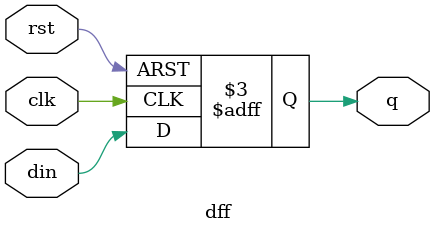
<source format=v>

module dff(  input clk, 
              input din, 
              input rst, 
              output reg q );

//  reg q;
  
  always @(posedge clk or posedge rst) begin
    if (rst == 1)
        q <= 1'b0;
    else
        q <= din;
  end

endmodule

</source>
